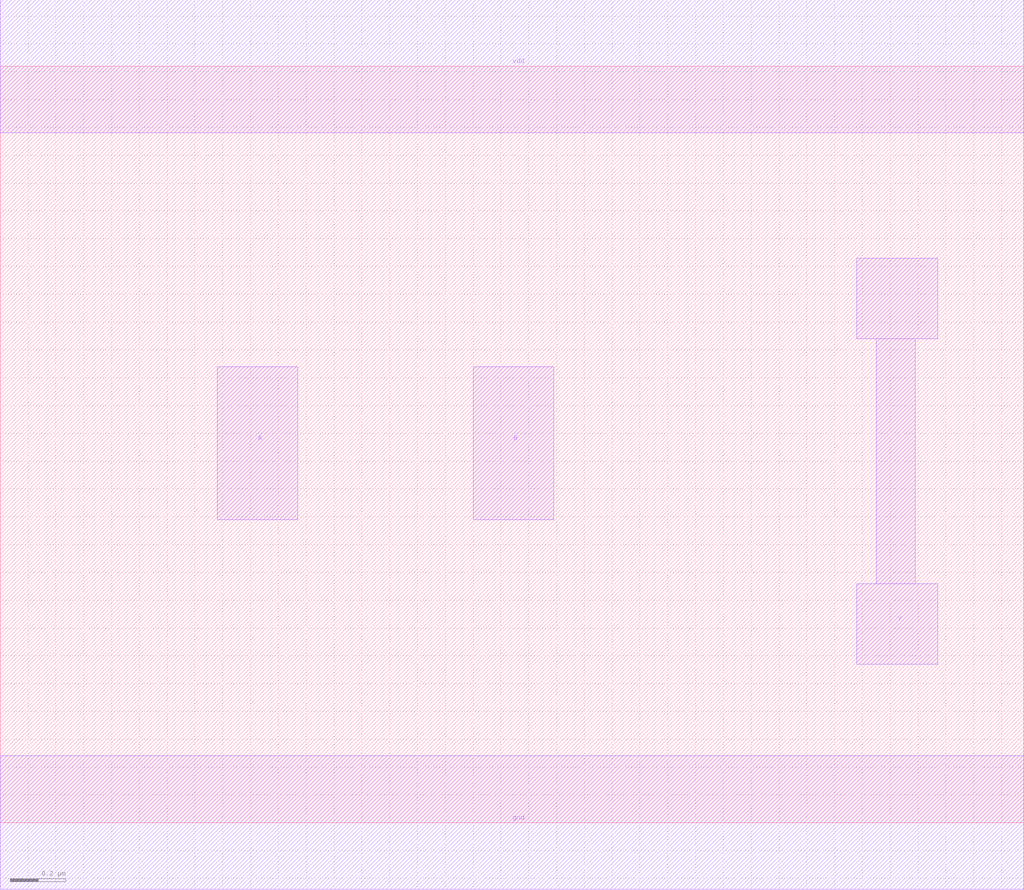
<source format=lef>
VERSION 5.7 ;
  NOWIREEXTENSIONATPIN ON ;
  DIVIDERCHAR "/" ;
  BUSBITCHARS "[]" ;
MACRO AND2X1
  CLASS CORE ;
  FOREIGN AND2X1 ;
  ORIGIN 0.000 0.000 ;
  SIZE 3.680 BY 2.720 ;
  SYMMETRY X Y R90 ;
  SITE unithd ;
  PIN vdd
    DIRECTION INOUT ;
    USE POWER ;
    SHAPE ABUTMENT ;
    PORT
      LAYER met1 ;
        RECT 0.000 2.480 3.680 2.960 ;
    END
  END vdd
  PIN gnd
    DIRECTION INOUT ;
    USE GROUND ;
    SHAPE ABUTMENT ;
    PORT
      LAYER met1 ;
        RECT 0.000 -0.240 3.680 0.240 ;
    END
  END gnd
  PIN Y
    DIRECTION INOUT ;
    USE SIGNAL ;
    SHAPE ABUTMENT ;
    PORT
      LAYER met1 ;
        RECT 3.080 1.740 3.370 2.030 ;
        RECT 3.150 0.860 3.290 1.740 ;
        RECT 3.080 0.570 3.370 0.860 ;
    END
  END Y
  PIN B
    DIRECTION INOUT ;
    USE SIGNAL ;
    SHAPE ABUTMENT ;
    PORT
      LAYER met1 ;
        RECT 1.700 1.090 1.990 1.640 ;
    END
  END B
  PIN A
    DIRECTION INOUT ;
    USE SIGNAL ;
    SHAPE ABUTMENT ;
    PORT
      LAYER met1 ;
        RECT 0.780 1.090 1.070 1.640 ;
    END
  END A
END AND2X1
END LIBRARY


</source>
